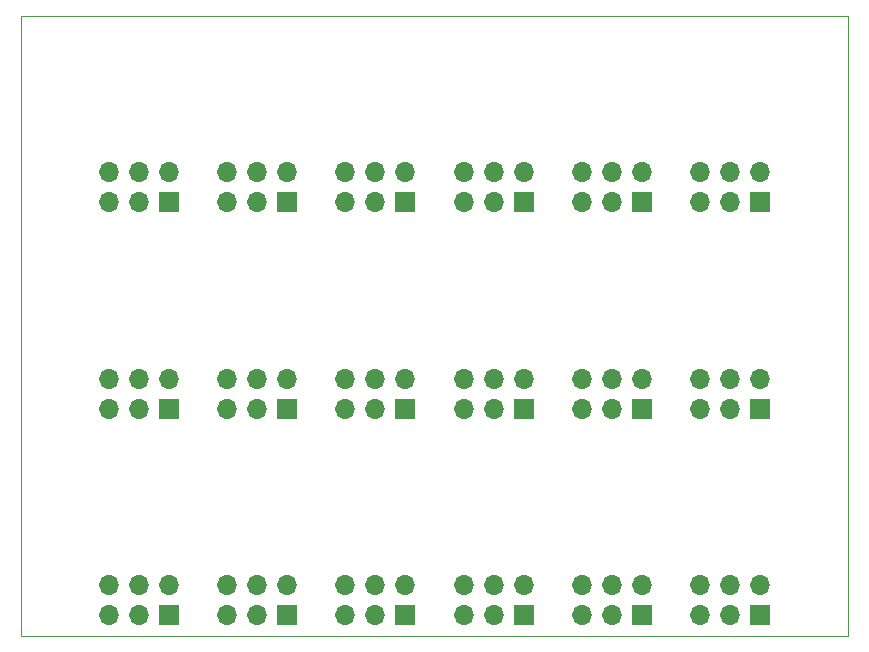
<source format=gbr>
G04 #@! TF.GenerationSoftware,KiCad,Pcbnew,5.1.10-88a1d61d58~90~ubuntu21.04.1*
G04 #@! TF.CreationDate,2021-10-15T10:00:42+02:00*
G04 #@! TF.ProjectId,IndicatorLeds,496e6469-6361-4746-9f72-4c6564732e6b,rev?*
G04 #@! TF.SameCoordinates,Original*
G04 #@! TF.FileFunction,Soldermask,Bot*
G04 #@! TF.FilePolarity,Negative*
%FSLAX46Y46*%
G04 Gerber Fmt 4.6, Leading zero omitted, Abs format (unit mm)*
G04 Created by KiCad (PCBNEW 5.1.10-88a1d61d58~90~ubuntu21.04.1) date 2021-10-15 10:00:42*
%MOMM*%
%LPD*%
G01*
G04 APERTURE LIST*
G04 #@! TA.AperFunction,Profile*
%ADD10C,0.100000*%
G04 #@! TD*
%ADD11R,1.700000X1.700000*%
%ADD12O,1.700000X1.700000*%
G04 APERTURE END LIST*
D10*
X45000000Y-49999000D02*
X110000000Y-49999000D01*
X45000000Y-102501000D02*
X45000000Y-49999000D01*
X115001000Y-102501000D02*
X45000000Y-102501000D01*
X115001000Y-49999000D02*
X115001000Y-102501000D01*
X110000000Y-49999000D02*
X115001000Y-49999000D01*
D11*
G04 #@! TO.C,J1*
X107529026Y-100761011D03*
D12*
X107529026Y-98221011D03*
X104989026Y-100761011D03*
X104989026Y-98221011D03*
X102449026Y-100761011D03*
X102449026Y-98221011D03*
G04 #@! TD*
D11*
G04 #@! TO.C,J1*
X97529021Y-100761011D03*
D12*
X97529021Y-98221011D03*
X94989021Y-100761011D03*
X94989021Y-98221011D03*
X92449021Y-100761011D03*
X92449021Y-98221011D03*
G04 #@! TD*
D11*
G04 #@! TO.C,J1*
X87529016Y-100761011D03*
D12*
X87529016Y-98221011D03*
X84989016Y-100761011D03*
X84989016Y-98221011D03*
X82449016Y-100761011D03*
X82449016Y-98221011D03*
G04 #@! TD*
D11*
G04 #@! TO.C,J1*
X77529011Y-100761011D03*
D12*
X77529011Y-98221011D03*
X74989011Y-100761011D03*
X74989011Y-98221011D03*
X72449011Y-100761011D03*
X72449011Y-98221011D03*
G04 #@! TD*
D11*
G04 #@! TO.C,J1*
X67529006Y-100761011D03*
D12*
X67529006Y-98221011D03*
X64989006Y-100761011D03*
X64989006Y-98221011D03*
X62449006Y-100761011D03*
X62449006Y-98221011D03*
G04 #@! TD*
D11*
G04 #@! TO.C,J1*
X57529001Y-100761011D03*
D12*
X57529001Y-98221011D03*
X54989001Y-100761011D03*
X54989001Y-98221011D03*
X52449001Y-100761011D03*
X52449001Y-98221011D03*
G04 #@! TD*
D11*
G04 #@! TO.C,J1*
X107529026Y-83261006D03*
D12*
X107529026Y-80721006D03*
X104989026Y-83261006D03*
X104989026Y-80721006D03*
X102449026Y-83261006D03*
X102449026Y-80721006D03*
G04 #@! TD*
D11*
G04 #@! TO.C,J1*
X97529021Y-83261006D03*
D12*
X97529021Y-80721006D03*
X94989021Y-83261006D03*
X94989021Y-80721006D03*
X92449021Y-83261006D03*
X92449021Y-80721006D03*
G04 #@! TD*
D11*
G04 #@! TO.C,J1*
X87529016Y-83261006D03*
D12*
X87529016Y-80721006D03*
X84989016Y-83261006D03*
X84989016Y-80721006D03*
X82449016Y-83261006D03*
X82449016Y-80721006D03*
G04 #@! TD*
D11*
G04 #@! TO.C,J1*
X77529011Y-83261006D03*
D12*
X77529011Y-80721006D03*
X74989011Y-83261006D03*
X74989011Y-80721006D03*
X72449011Y-83261006D03*
X72449011Y-80721006D03*
G04 #@! TD*
D11*
G04 #@! TO.C,J1*
X67529006Y-83261006D03*
D12*
X67529006Y-80721006D03*
X64989006Y-83261006D03*
X64989006Y-80721006D03*
X62449006Y-83261006D03*
X62449006Y-80721006D03*
G04 #@! TD*
D11*
G04 #@! TO.C,J1*
X57529001Y-83261006D03*
D12*
X57529001Y-80721006D03*
X54989001Y-83261006D03*
X54989001Y-80721006D03*
X52449001Y-83261006D03*
X52449001Y-80721006D03*
G04 #@! TD*
D11*
G04 #@! TO.C,J1*
X107529026Y-65761001D03*
D12*
X107529026Y-63221001D03*
X104989026Y-65761001D03*
X104989026Y-63221001D03*
X102449026Y-65761001D03*
X102449026Y-63221001D03*
G04 #@! TD*
D11*
G04 #@! TO.C,J1*
X97529021Y-65761001D03*
D12*
X97529021Y-63221001D03*
X94989021Y-65761001D03*
X94989021Y-63221001D03*
X92449021Y-65761001D03*
X92449021Y-63221001D03*
G04 #@! TD*
D11*
G04 #@! TO.C,J1*
X87529016Y-65761001D03*
D12*
X87529016Y-63221001D03*
X84989016Y-65761001D03*
X84989016Y-63221001D03*
X82449016Y-65761001D03*
X82449016Y-63221001D03*
G04 #@! TD*
D11*
G04 #@! TO.C,J1*
X77529011Y-65761001D03*
D12*
X77529011Y-63221001D03*
X74989011Y-65761001D03*
X74989011Y-63221001D03*
X72449011Y-65761001D03*
X72449011Y-63221001D03*
G04 #@! TD*
D11*
G04 #@! TO.C,J1*
X67529006Y-65761001D03*
D12*
X67529006Y-63221001D03*
X64989006Y-65761001D03*
X64989006Y-63221001D03*
X62449006Y-65761001D03*
X62449006Y-63221001D03*
G04 #@! TD*
D11*
G04 #@! TO.C,J1*
X57529001Y-65761001D03*
D12*
X57529001Y-63221001D03*
X54989001Y-65761001D03*
X54989001Y-63221001D03*
X52449001Y-65761001D03*
X52449001Y-63221001D03*
G04 #@! TD*
M02*

</source>
